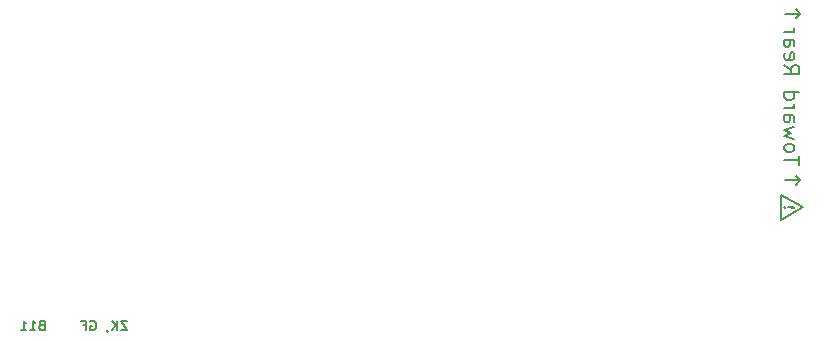
<source format=gbo>
G04 #@! TF.GenerationSoftware,KiCad,Pcbnew,7.0.1-0*
G04 #@! TF.CreationDate,2023-10-30T17:31:41-04:00*
G04 #@! TF.ProjectId,RAM128,52414d31-3238-42e6-9b69-6361645f7063,1.1*
G04 #@! TF.SameCoordinates,Original*
G04 #@! TF.FileFunction,Legend,Bot*
G04 #@! TF.FilePolarity,Positive*
%FSLAX46Y46*%
G04 Gerber Fmt 4.6, Leading zero omitted, Abs format (unit mm)*
G04 Created by KiCad (PCBNEW 7.0.1-0) date 2023-10-30 17:31:41*
%MOMM*%
%LPD*%
G01*
G04 APERTURE LIST*
G04 Aperture macros list*
%AMRoundRect*
0 Rectangle with rounded corners*
0 $1 Rounding radius*
0 $2 $3 $4 $5 $6 $7 $8 $9 X,Y pos of 4 corners*
0 Add a 4 corners polygon primitive as box body*
4,1,4,$2,$3,$4,$5,$6,$7,$8,$9,$2,$3,0*
0 Add four circle primitives for the rounded corners*
1,1,$1+$1,$2,$3*
1,1,$1+$1,$4,$5*
1,1,$1+$1,$6,$7*
1,1,$1+$1,$8,$9*
0 Add four rect primitives between the rounded corners*
20,1,$1+$1,$2,$3,$4,$5,0*
20,1,$1+$1,$4,$5,$6,$7,0*
20,1,$1+$1,$6,$7,$8,$9,0*
20,1,$1+$1,$8,$9,$2,$3,0*%
G04 Aperture macros list end*
%ADD10C,0.200000*%
%ADD11C,0.190500*%
%ADD12C,0.203200*%
%ADD13C,0.000000*%
%ADD14RoundRect,0.457200X0.381000X3.289000X-0.381000X3.289000X-0.381000X-3.289000X0.381000X-3.289000X0*%
%ADD15C,1.448000*%
G04 APERTURE END LIST*
D10*
X138049000Y-103886000D02*
X137668000Y-104267000D01*
X138049000Y-117983000D02*
X137668000Y-118364000D01*
X136779000Y-117983000D02*
X138049000Y-117983000D01*
X138049000Y-103886000D02*
X137668000Y-103505000D01*
X136779000Y-103886000D02*
X138049000Y-103886000D01*
X138049000Y-117983000D02*
X137668000Y-117602000D01*
X136398000Y-119189500D02*
X138303000Y-120269000D01*
X136398000Y-121348500D02*
X136398000Y-119189500D01*
X138303000Y-120269000D02*
X136398000Y-121348500D01*
X137969473Y-116646475D02*
X137969473Y-115920761D01*
X136699473Y-116283618D02*
X137969473Y-116283618D01*
X136699473Y-115315999D02*
X136759950Y-115436951D01*
X136759950Y-115436951D02*
X136820426Y-115497428D01*
X136820426Y-115497428D02*
X136941378Y-115557904D01*
X136941378Y-115557904D02*
X137304235Y-115557904D01*
X137304235Y-115557904D02*
X137425188Y-115497428D01*
X137425188Y-115497428D02*
X137485664Y-115436951D01*
X137485664Y-115436951D02*
X137546140Y-115315999D01*
X137546140Y-115315999D02*
X137546140Y-115134570D01*
X137546140Y-115134570D02*
X137485664Y-115013618D01*
X137485664Y-115013618D02*
X137425188Y-114953142D01*
X137425188Y-114953142D02*
X137304235Y-114892666D01*
X137304235Y-114892666D02*
X136941378Y-114892666D01*
X136941378Y-114892666D02*
X136820426Y-114953142D01*
X136820426Y-114953142D02*
X136759950Y-115013618D01*
X136759950Y-115013618D02*
X136699473Y-115134570D01*
X136699473Y-115134570D02*
X136699473Y-115315999D01*
X137546140Y-114469332D02*
X136699473Y-114227427D01*
X136699473Y-114227427D02*
X137304235Y-113985522D01*
X137304235Y-113985522D02*
X136699473Y-113743618D01*
X136699473Y-113743618D02*
X137546140Y-113501713D01*
X136699473Y-112473618D02*
X137364711Y-112473618D01*
X137364711Y-112473618D02*
X137485664Y-112534094D01*
X137485664Y-112534094D02*
X137546140Y-112655046D01*
X137546140Y-112655046D02*
X137546140Y-112896951D01*
X137546140Y-112896951D02*
X137485664Y-113017904D01*
X136759950Y-112473618D02*
X136699473Y-112594570D01*
X136699473Y-112594570D02*
X136699473Y-112896951D01*
X136699473Y-112896951D02*
X136759950Y-113017904D01*
X136759950Y-113017904D02*
X136880902Y-113078380D01*
X136880902Y-113078380D02*
X137001854Y-113078380D01*
X137001854Y-113078380D02*
X137122807Y-113017904D01*
X137122807Y-113017904D02*
X137183283Y-112896951D01*
X137183283Y-112896951D02*
X137183283Y-112594570D01*
X137183283Y-112594570D02*
X137243759Y-112473618D01*
X136699473Y-111868856D02*
X137546140Y-111868856D01*
X137304235Y-111868856D02*
X137425188Y-111808379D01*
X137425188Y-111808379D02*
X137485664Y-111747903D01*
X137485664Y-111747903D02*
X137546140Y-111626951D01*
X137546140Y-111626951D02*
X137546140Y-111505998D01*
X136699473Y-110538380D02*
X137969473Y-110538380D01*
X136759950Y-110538380D02*
X136699473Y-110659332D01*
X136699473Y-110659332D02*
X136699473Y-110901237D01*
X136699473Y-110901237D02*
X136759950Y-111022189D01*
X136759950Y-111022189D02*
X136820426Y-111082666D01*
X136820426Y-111082666D02*
X136941378Y-111143142D01*
X136941378Y-111143142D02*
X137304235Y-111143142D01*
X137304235Y-111143142D02*
X137425188Y-111082666D01*
X137425188Y-111082666D02*
X137485664Y-111022189D01*
X137485664Y-111022189D02*
X137546140Y-110901237D01*
X137546140Y-110901237D02*
X137546140Y-110659332D01*
X137546140Y-110659332D02*
X137485664Y-110538380D01*
X136699473Y-108240284D02*
X137304235Y-108663618D01*
X136699473Y-108965999D02*
X137969473Y-108965999D01*
X137969473Y-108965999D02*
X137969473Y-108482189D01*
X137969473Y-108482189D02*
X137908997Y-108361237D01*
X137908997Y-108361237D02*
X137848521Y-108300760D01*
X137848521Y-108300760D02*
X137727569Y-108240284D01*
X137727569Y-108240284D02*
X137546140Y-108240284D01*
X137546140Y-108240284D02*
X137425188Y-108300760D01*
X137425188Y-108300760D02*
X137364711Y-108361237D01*
X137364711Y-108361237D02*
X137304235Y-108482189D01*
X137304235Y-108482189D02*
X137304235Y-108965999D01*
X136759950Y-107212189D02*
X136699473Y-107333141D01*
X136699473Y-107333141D02*
X136699473Y-107575046D01*
X136699473Y-107575046D02*
X136759950Y-107695999D01*
X136759950Y-107695999D02*
X136880902Y-107756475D01*
X136880902Y-107756475D02*
X137364711Y-107756475D01*
X137364711Y-107756475D02*
X137485664Y-107695999D01*
X137485664Y-107695999D02*
X137546140Y-107575046D01*
X137546140Y-107575046D02*
X137546140Y-107333141D01*
X137546140Y-107333141D02*
X137485664Y-107212189D01*
X137485664Y-107212189D02*
X137364711Y-107151713D01*
X137364711Y-107151713D02*
X137243759Y-107151713D01*
X137243759Y-107151713D02*
X137122807Y-107756475D01*
X136699473Y-106063142D02*
X137364711Y-106063142D01*
X137364711Y-106063142D02*
X137485664Y-106123618D01*
X137485664Y-106123618D02*
X137546140Y-106244570D01*
X137546140Y-106244570D02*
X137546140Y-106486475D01*
X137546140Y-106486475D02*
X137485664Y-106607428D01*
X136759950Y-106063142D02*
X136699473Y-106184094D01*
X136699473Y-106184094D02*
X136699473Y-106486475D01*
X136699473Y-106486475D02*
X136759950Y-106607428D01*
X136759950Y-106607428D02*
X136880902Y-106667904D01*
X136880902Y-106667904D02*
X137001854Y-106667904D01*
X137001854Y-106667904D02*
X137122807Y-106607428D01*
X137122807Y-106607428D02*
X137183283Y-106486475D01*
X137183283Y-106486475D02*
X137183283Y-106184094D01*
X137183283Y-106184094D02*
X137243759Y-106063142D01*
X136699473Y-105458380D02*
X137546140Y-105458380D01*
X137304235Y-105458380D02*
X137425188Y-105397903D01*
X137425188Y-105397903D02*
X137485664Y-105337427D01*
X137485664Y-105337427D02*
X137546140Y-105216475D01*
X137546140Y-105216475D02*
X137546140Y-105095522D01*
D11*
X136797892Y-120269000D02*
X136759188Y-120230295D01*
X136759188Y-120230295D02*
X136720483Y-120269000D01*
X136720483Y-120269000D02*
X136759188Y-120307704D01*
X136759188Y-120307704D02*
X136797892Y-120269000D01*
X136797892Y-120269000D02*
X136720483Y-120269000D01*
X137030121Y-120269000D02*
X137494578Y-120307704D01*
X137494578Y-120307704D02*
X137533283Y-120269000D01*
X137533283Y-120269000D02*
X137494578Y-120230295D01*
X137494578Y-120230295D02*
X137030121Y-120269000D01*
X137030121Y-120269000D02*
X137533283Y-120269000D01*
D12*
X81056237Y-129865216D02*
X80514371Y-129865216D01*
X80514371Y-129865216D02*
X81056237Y-130678016D01*
X81056237Y-130678016D02*
X80514371Y-130678016D01*
X80204733Y-130678016D02*
X80204733Y-129865216D01*
X79740276Y-130678016D02*
X80088618Y-130213559D01*
X79740276Y-129865216D02*
X80204733Y-130329673D01*
X79353228Y-130639312D02*
X79353228Y-130678016D01*
X79353228Y-130678016D02*
X79391933Y-130755426D01*
X79391933Y-130755426D02*
X79430637Y-130794131D01*
X77959856Y-129903921D02*
X78037266Y-129865216D01*
X78037266Y-129865216D02*
X78153380Y-129865216D01*
X78153380Y-129865216D02*
X78269494Y-129903921D01*
X78269494Y-129903921D02*
X78346904Y-129981331D01*
X78346904Y-129981331D02*
X78385609Y-130058740D01*
X78385609Y-130058740D02*
X78424313Y-130213559D01*
X78424313Y-130213559D02*
X78424313Y-130329673D01*
X78424313Y-130329673D02*
X78385609Y-130484492D01*
X78385609Y-130484492D02*
X78346904Y-130561902D01*
X78346904Y-130561902D02*
X78269494Y-130639312D01*
X78269494Y-130639312D02*
X78153380Y-130678016D01*
X78153380Y-130678016D02*
X78075971Y-130678016D01*
X78075971Y-130678016D02*
X77959856Y-130639312D01*
X77959856Y-130639312D02*
X77921152Y-130600607D01*
X77921152Y-130600607D02*
X77921152Y-130329673D01*
X77921152Y-130329673D02*
X78075971Y-130329673D01*
X77301875Y-130252264D02*
X77572809Y-130252264D01*
X77572809Y-130678016D02*
X77572809Y-129865216D01*
X77572809Y-129865216D02*
X77185761Y-129865216D01*
X73804537Y-130252264D02*
X73688423Y-130290969D01*
X73688423Y-130290969D02*
X73649718Y-130329673D01*
X73649718Y-130329673D02*
X73611014Y-130407083D01*
X73611014Y-130407083D02*
X73611014Y-130523197D01*
X73611014Y-130523197D02*
X73649718Y-130600607D01*
X73649718Y-130600607D02*
X73688423Y-130639312D01*
X73688423Y-130639312D02*
X73765833Y-130678016D01*
X73765833Y-130678016D02*
X74075471Y-130678016D01*
X74075471Y-130678016D02*
X74075471Y-129865216D01*
X74075471Y-129865216D02*
X73804537Y-129865216D01*
X73804537Y-129865216D02*
X73727128Y-129903921D01*
X73727128Y-129903921D02*
X73688423Y-129942626D01*
X73688423Y-129942626D02*
X73649718Y-130020035D01*
X73649718Y-130020035D02*
X73649718Y-130097445D01*
X73649718Y-130097445D02*
X73688423Y-130174854D01*
X73688423Y-130174854D02*
X73727128Y-130213559D01*
X73727128Y-130213559D02*
X73804537Y-130252264D01*
X73804537Y-130252264D02*
X74075471Y-130252264D01*
X72836918Y-130678016D02*
X73301375Y-130678016D01*
X73069147Y-130678016D02*
X73069147Y-129865216D01*
X73069147Y-129865216D02*
X73146556Y-129981331D01*
X73146556Y-129981331D02*
X73223966Y-130058740D01*
X73223966Y-130058740D02*
X73301375Y-130097445D01*
X72062823Y-130678016D02*
X72527280Y-130678016D01*
X72295052Y-130678016D02*
X72295052Y-129865216D01*
X72295052Y-129865216D02*
X72372461Y-129981331D01*
X72372461Y-129981331D02*
X72449871Y-130058740D01*
X72449871Y-130058740D02*
X72527280Y-130097445D01*
%LPC*%
D13*
G36*
X139700000Y-139446000D02*
G01*
X139192000Y-139954000D01*
X74168000Y-139954000D01*
X73660000Y-139446000D01*
X73660000Y-132080000D01*
X139700000Y-132080000D01*
X139700000Y-139446000D01*
G37*
D14*
X137160000Y-135282000D03*
X134620000Y-135282000D03*
X132080000Y-135282000D03*
X129540000Y-135282000D03*
X127000000Y-135282000D03*
X124460000Y-135282000D03*
X121920000Y-135282000D03*
X119380000Y-135282000D03*
X116840000Y-135282000D03*
X114300000Y-135282000D03*
X111760000Y-135282000D03*
X109220000Y-135282000D03*
X106680000Y-135282000D03*
X104140000Y-135282000D03*
X101600000Y-135282000D03*
X99060000Y-135282000D03*
X96520000Y-135282000D03*
X93980000Y-135282000D03*
X91440000Y-135282000D03*
X88900000Y-135282000D03*
X86360000Y-135282000D03*
X83820000Y-135282000D03*
X81280000Y-135282000D03*
X78740000Y-135282000D03*
X76200000Y-135282000D03*
D15*
X70358000Y-129540000D03*
X136906000Y-122555000D03*
X133096000Y-129540000D03*
X136906000Y-101600000D03*
X70104000Y-105664000D03*
M02*

</source>
